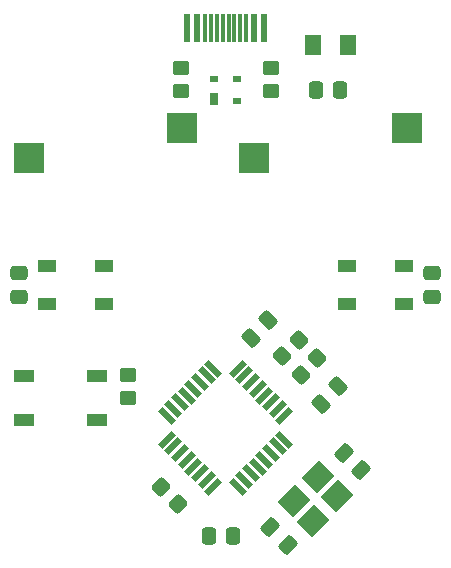
<source format=gbr>
%TF.GenerationSoftware,KiCad,Pcbnew,(6.0.7)*%
%TF.CreationDate,2022-09-12T20:58:16+12:00*%
%TF.ProjectId,ledusbc2key,6c656475-7362-4633-926b-65792e6b6963,rev?*%
%TF.SameCoordinates,Original*%
%TF.FileFunction,Paste,Bot*%
%TF.FilePolarity,Positive*%
%FSLAX46Y46*%
G04 Gerber Fmt 4.6, Leading zero omitted, Abs format (unit mm)*
G04 Created by KiCad (PCBNEW (6.0.7)) date 2022-09-12 20:58:16*
%MOMM*%
%LPD*%
G01*
G04 APERTURE LIST*
G04 Aperture macros list*
%AMRoundRect*
0 Rectangle with rounded corners*
0 $1 Rounding radius*
0 $2 $3 $4 $5 $6 $7 $8 $9 X,Y pos of 4 corners*
0 Add a 4 corners polygon primitive as box body*
4,1,4,$2,$3,$4,$5,$6,$7,$8,$9,$2,$3,0*
0 Add four circle primitives for the rounded corners*
1,1,$1+$1,$2,$3*
1,1,$1+$1,$4,$5*
1,1,$1+$1,$6,$7*
1,1,$1+$1,$8,$9*
0 Add four rect primitives between the rounded corners*
20,1,$1+$1,$2,$3,$4,$5,0*
20,1,$1+$1,$4,$5,$6,$7,0*
20,1,$1+$1,$6,$7,$8,$9,0*
20,1,$1+$1,$8,$9,$2,$3,0*%
%AMRotRect*
0 Rectangle, with rotation*
0 The origin of the aperture is its center*
0 $1 length*
0 $2 width*
0 $3 Rotation angle, in degrees counterclockwise*
0 Add horizontal line*
21,1,$1,$2,0,0,$3*%
G04 Aperture macros list end*
%ADD10R,2.550000X2.500000*%
%ADD11R,1.500000X1.000000*%
%ADD12RoundRect,0.250001X0.462499X0.624999X-0.462499X0.624999X-0.462499X-0.624999X0.462499X-0.624999X0*%
%ADD13RoundRect,0.250000X0.450000X-0.350000X0.450000X0.350000X-0.450000X0.350000X-0.450000X-0.350000X0*%
%ADD14RoundRect,0.250000X0.070711X-0.565685X0.565685X-0.070711X-0.070711X0.565685X-0.565685X0.070711X0*%
%ADD15RoundRect,0.250000X-0.565685X-0.070711X-0.070711X-0.565685X0.565685X0.070711X0.070711X0.565685X0*%
%ADD16RoundRect,0.250000X-0.475000X0.337500X-0.475000X-0.337500X0.475000X-0.337500X0.475000X0.337500X0*%
%ADD17RoundRect,0.250000X-0.574524X-0.097227X-0.097227X-0.574524X0.574524X0.097227X0.097227X0.574524X0*%
%ADD18R,0.700000X1.000000*%
%ADD19R,0.700000X0.600000*%
%ADD20RoundRect,0.250000X0.097227X-0.574524X0.574524X-0.097227X-0.097227X0.574524X-0.574524X0.097227X0*%
%ADD21R,1.800000X1.100000*%
%ADD22RotRect,1.600000X0.550000X135.000000*%
%ADD23RotRect,1.600000X0.550000X45.000000*%
%ADD24RoundRect,0.250000X0.574524X0.097227X0.097227X0.574524X-0.574524X-0.097227X-0.097227X-0.574524X0*%
%ADD25RoundRect,0.250000X-0.450000X0.350000X-0.450000X-0.350000X0.450000X-0.350000X0.450000X0.350000X0*%
%ADD26RotRect,2.100000X1.800000X45.000000*%
%ADD27R,0.600000X2.450000*%
%ADD28R,0.300000X2.450000*%
%ADD29RoundRect,0.250000X0.337500X0.475000X-0.337500X0.475000X-0.337500X-0.475000X0.337500X-0.475000X0*%
%ADD30RoundRect,0.250000X-0.070711X0.565685X-0.565685X0.070711X0.070711X-0.565685X0.565685X-0.070711X0*%
%ADD31RoundRect,0.250000X0.475000X-0.337500X0.475000X0.337500X-0.475000X0.337500X-0.475000X-0.337500X0*%
G04 APERTURE END LIST*
D10*
%TO.C,MX1*%
X130075000Y-76835000D03*
X143002000Y-74295000D03*
%TD*%
%TO.C,MX2*%
X111025000Y-76835000D03*
X123952000Y-74295000D03*
%TD*%
D11*
%TO.C,D1*%
X112485000Y-89230000D03*
X112485000Y-86030000D03*
X117385000Y-86030000D03*
X117385000Y-89230000D03*
%TD*%
D12*
%TO.C,F1*%
X138012500Y-67310000D03*
X135037500Y-67310000D03*
%TD*%
D13*
%TO.C,R4*%
X123825000Y-71215000D03*
X123825000Y-69215000D03*
%TD*%
D14*
%TO.C,R3*%
X133985000Y-95250000D03*
X135399214Y-93835786D03*
%TD*%
D13*
%TO.C,R5*%
X131445000Y-71215000D03*
X131445000Y-69215000D03*
%TD*%
D15*
%TO.C,R6*%
X122165393Y-104702893D03*
X123579607Y-106117107D03*
%TD*%
D16*
%TO.C,C4*%
X145097500Y-86592500D03*
X145097500Y-88667500D03*
%TD*%
D17*
%TO.C,C3*%
X137664467Y-101850787D03*
X139131713Y-103318033D03*
%TD*%
D18*
%TO.C,U2*%
X126635000Y-71870000D03*
D19*
X126635000Y-70170000D03*
X128635000Y-70170000D03*
X128635000Y-72070000D03*
%TD*%
D20*
%TO.C,C8*%
X135692754Y-97669746D03*
X137160000Y-96202500D03*
%TD*%
D21*
%TO.C,SW1*%
X110565000Y-99005000D03*
X116765000Y-95305000D03*
X110565000Y-95305000D03*
X116765000Y-99005000D03*
%TD*%
D22*
%TO.C,U1*%
X132620103Y-100720305D03*
X132054417Y-101285990D03*
X131488732Y-101851676D03*
X130923047Y-102417361D03*
X130357361Y-102983047D03*
X129791676Y-103548732D03*
X129225990Y-104114417D03*
X128660305Y-104680103D03*
D23*
X126609695Y-104680103D03*
X126044010Y-104114417D03*
X125478324Y-103548732D03*
X124912639Y-102983047D03*
X124346953Y-102417361D03*
X123781268Y-101851676D03*
X123215583Y-101285990D03*
X122649897Y-100720305D03*
D22*
X122649897Y-98669695D03*
X123215583Y-98104010D03*
X123781268Y-97538324D03*
X124346953Y-96972639D03*
X124912639Y-96406953D03*
X125478324Y-95841268D03*
X126044010Y-95275583D03*
X126609695Y-94709897D03*
D23*
X128660305Y-94709897D03*
X129225990Y-95275583D03*
X129791676Y-95841268D03*
X130357361Y-96406953D03*
X130923047Y-96972639D03*
X131488732Y-97538324D03*
X132054417Y-98104010D03*
X132620103Y-98669695D03*
%TD*%
D24*
%TO.C,C2*%
X132880145Y-109604213D03*
X131412899Y-108136967D03*
%TD*%
D25*
%TO.C,R1*%
X119380000Y-95202500D03*
X119380000Y-97202500D03*
%TD*%
D20*
%TO.C,C1*%
X129758877Y-92075000D03*
X131226123Y-90607754D03*
%TD*%
D26*
%TO.C,Y1*%
X133416522Y-105939632D03*
X135467132Y-103889022D03*
X137093478Y-105515368D03*
X135042868Y-107565978D03*
%TD*%
D27*
%TO.C,USB1*%
X124410000Y-65840000D03*
X125185000Y-65840000D03*
D28*
X125885000Y-65840000D03*
X126385000Y-65840000D03*
X126885000Y-65840000D03*
X127385000Y-65840000D03*
X127885000Y-65840000D03*
X128385000Y-65840000D03*
X128885000Y-65840000D03*
X129385000Y-65840000D03*
D27*
X130085000Y-65840000D03*
X130860000Y-65840000D03*
%TD*%
D29*
%TO.C,C6*%
X137330000Y-71120000D03*
X135255000Y-71120000D03*
%TD*%
D30*
%TO.C,R2*%
X133811714Y-92248286D03*
X132397500Y-93662500D03*
%TD*%
D29*
%TO.C,C7*%
X128270000Y-108902500D03*
X126195000Y-108902500D03*
%TD*%
D31*
%TO.C,C5*%
X110172500Y-88667500D03*
X110172500Y-86592500D03*
%TD*%
D11*
%TO.C,D2*%
X142785000Y-86030000D03*
X142785000Y-89230000D03*
X137885000Y-89230000D03*
X137885000Y-86030000D03*
%TD*%
M02*

</source>
